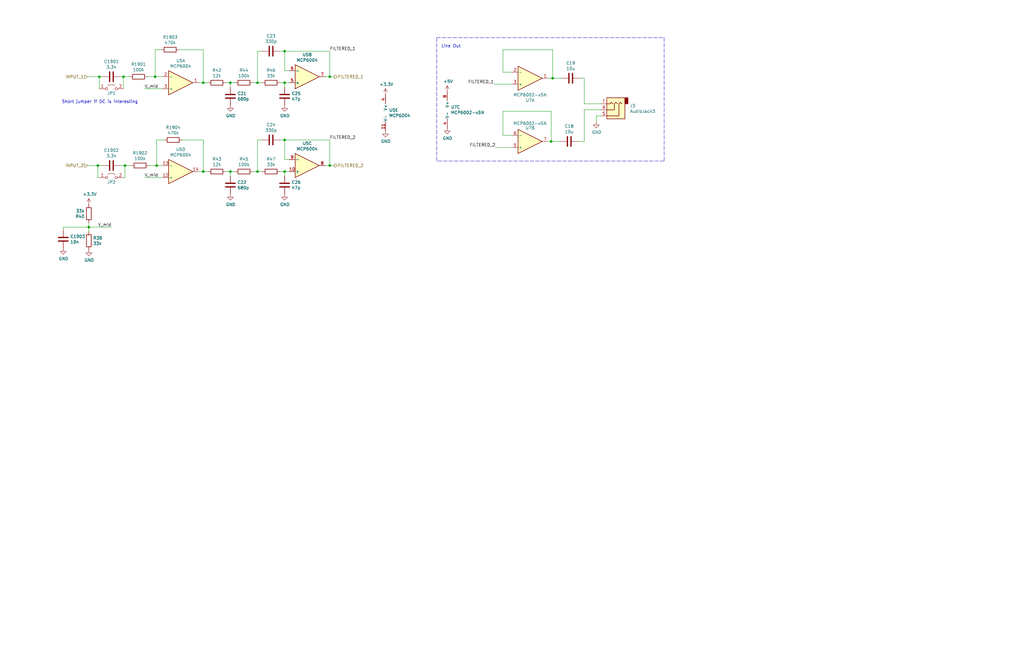
<source format=kicad_sch>
(kicad_sch (version 20211123) (generator eeschema)
  (paper "B")
  (title_block (title "1999 Dodge Dakota Based on rusEFI/proteus") (date "2023-08-12") (rev "V0.1") (company "rusEFI"))
  (lib_symbols
    (symbol "Amplifier_Operational:MCP6002-xSN" (pin_names (offset 0.127))
      (property "Reference" "U" (at 0 5.08 0))
      (property "Value" "MCP6002-xSN" (at 0 -5.08 0))
      (symbol "MCP6002-xSN_1_1"
        (polyline (pts (xy -5.08 5.08) (xy 5.08 0) (xy -5.08 -5.08) (xy -5.08 5.08)) (stroke (width 0.254)) (fill (type background)))
        (pin output line (at 7.62 0 180) (length 2.54) (name "~") (number "1"))
        (pin input line (at -7.62 -2.54 0) (length 2.54) (name "-") (number "2"))
        (pin input line (at -7.62 2.54 0) (length 2.54) (name "+") (number "3"))
      )
      (symbol "MCP6002-xSN_2_1"
        (polyline (pts (xy -5.08 5.08) (xy 5.08 0) (xy -5.08 -5.08) (xy -5.08 5.08)) (stroke (width 0.254)) (fill (type background)))
        (pin input line (at -7.62 2.54 0) (length 2.54) (name "+") (number "5"))
        (pin input line (at -7.62 -2.54 0) (length 2.54) (name "-") (number "6"))
        (pin output line (at 7.62 0 180) (length 2.54) (name "~") (number "7"))
      )
      (symbol "MCP6002-xSN_3_1"
        (pin power_in line (at -2.54 -7.62 90) (length 3.81) (name "V-") (number "4"))
        (pin power_in line (at -2.54 7.62 270) (length 3.81) (name "V+") (number "8"))
      )
    )
    (symbol "Amplifier_Operational:MCP6004" (pin_names (offset 0.127))
      (property "Reference" "U" (at 0 5.08 0))
      (property "Value" "MCP6004" (at 0 -5.08 0))
      (symbol "MCP6004_1_1"
        (polyline (pts (xy -5.08 5.08) (xy 5.08 0) (xy -5.08 -5.08) (xy -5.08 5.08)) (stroke (width 0.254)) (fill (type background)))
        (pin output line (at 7.62 0 180) (length 2.54) (name "~") (number "1"))
        (pin input line (at -7.62 -2.54 0) (length 2.54) (name "-") (number "2"))
        (pin input line (at -7.62 2.54 0) (length 2.54) (name "+") (number "3"))
      )
      (symbol "MCP6004_2_1"
        (polyline (pts (xy -5.08 5.08) (xy 5.08 0) (xy -5.08 -5.08) (xy -5.08 5.08)) (stroke (width 0.254)) (fill (type background)))
        (pin input line (at -7.62 2.54 0) (length 2.54) (name "+") (number "5"))
        (pin input line (at -7.62 -2.54 0) (length 2.54) (name "-") (number "6"))
        (pin output line (at 7.62 0 180) (length 2.54) (name "~") (number "7"))
      )
      (symbol "MCP6004_3_1"
        (polyline (pts (xy -5.08 5.08) (xy 5.08 0) (xy -5.08 -5.08) (xy -5.08 5.08)) (stroke (width 0.254)) (fill (type background)))
        (pin input line (at -7.62 2.54 0) (length 2.54) (name "+") (number "10"))
        (pin output line (at 7.62 0 180) (length 2.54) (name "~") (number "8"))
        (pin input line (at -7.62 -2.54 0) (length 2.54) (name "-") (number "9"))
      )
      (symbol "MCP6004_4_1"
        (polyline (pts (xy -5.08 5.08) (xy 5.08 0) (xy -5.08 -5.08) (xy -5.08 5.08)) (stroke (width 0.254)) (fill (type background)))
        (pin input line (at -7.62 2.54 0) (length 2.54) (name "+") (number "12"))
        (pin input line (at -7.62 -2.54 0) (length 2.54) (name "-") (number "13"))
        (pin output line (at 7.62 0 180) (length 2.54) (name "~") (number "14"))
      )
      (symbol "MCP6004_5_1"
        (pin power_in line (at -2.54 -7.62 90) (length 3.81) (name "V-") (number "11"))
        (pin power_in line (at -2.54 7.62 270) (length 3.81) (name "V+") (number "4"))
      )
    )
    (symbol "Connector:AudioJack3"
      (property "Reference" "J" (at 0 8.89 0))
      (property "Value" "AudioJack3" (at 0 6.35 0))
      (symbol "AudioJack3_0_1"
        (rectangle (start -5.08 -5.08) (end -6.35 -2.54) (stroke (width 0.254)) (fill (type outline)))
        (polyline (pts (xy 0 -2.54) (xy 0.635 -3.175) (xy 1.27 -2.54) (xy 2.54 -2.54)) (stroke (width 0.254)))
        (polyline (pts (xy -1.905 -2.54) (xy -1.27 -3.175) (xy -0.635 -2.54) (xy -0.635 0) (xy 2.54 0)) (stroke (width 0.254)))
        (polyline (pts (xy 2.54 2.54) (xy -2.54 2.54) (xy -2.54 -2.54) (xy -3.175 -3.175) (xy -3.81 -2.54)) (stroke (width 0.254)))
        (rectangle (start 2.54 3.81) (end -5.08 -5.08) (stroke (width 0.254)) (fill (type background)))
      )
      (symbol "AudioJack3_1_1"
        (pin passive line (at 5.08 0 180) (length 2.54) (name "~") (number "R"))
        (pin passive line (at 5.08 2.54 180) (length 2.54) (name "~") (number "S"))
        (pin passive line (at 5.08 -2.54 180) (length 2.54) (name "~") (number "T"))
      )
    )
    (symbol "Device:C" (pin_numbers hide) (pin_names (offset 0.254))
      (property "Reference" "C" (at 0.635 2.54 0))
      (property "Value" "C" (at 0.635 -2.54 0))
      (symbol "C_0_1"
        (polyline (pts (xy -2.032 -0.762) (xy 2.032 -0.762)) (stroke (width 0.508)))
        (polyline (pts (xy -2.032 0.762) (xy 2.032 0.762)) (stroke (width 0.508)))
      )
      (symbol "C_1_1"
        (pin passive line (at 0 3.81 270) (length 2.794) (name "~") (number "1"))
        (pin passive line (at 0 -3.81 90) (length 2.794) (name "~") (number "2"))
      )
    )
    (symbol "Device:R" (pin_numbers hide) (pin_names (offset 0))
      (property "Reference" "R" (at 2.032 0 90))
      (property "Value" "R" (at 0 0 90))
      (symbol "R_0_1"
        (rectangle (start -1.016 -2.54) (end 1.016 2.54) (stroke (width 0.254)))
      )
      (symbol "R_1_1"
        (pin passive line (at 0 3.81 270) (length 1.27) (name "~") (number "1"))
        (pin passive line (at 0 -3.81 90) (length 1.27) (name "~") (number "2"))
      )
    )
    (symbol "Jumper:Jumper_2_Open" (pin_names (offset 0) hide)
      (property "Reference" "JP" (at 0 2.794 0))
      (property "Value" "Jumper_2_Open" (at 0 -2.286 0))
      (symbol "Jumper_2_Open_0_0"
        (circle (center -2.032 0) (radius 0.508))
        (circle (center 2.032 0) (radius 0.508))
      )
      (symbol "Jumper_2_Open_0_1"
        (arc (start 1.524 1.27) (mid 0 1.778) (end -1.524 1.27))
      )
      (symbol "Jumper_2_Open_1_1"
        (pin passive line (at -5.08 0 0) (length 2.54) (name "A") (number "1"))
        (pin passive line (at 5.08 0 180) (length 2.54) (name "B") (number "2"))
      )
    )
    (symbol "power:+3.3V" (power) (pin_names (offset 0))
      (property "Value" "+3.3V" (at 0 3.556 0))
      (symbol "+3.3V_0_1"
        (polyline (pts (xy -0.762 1.27) (xy 0 2.54)))
        (polyline (pts (xy 0 0) (xy 0 2.54)))
        (polyline (pts (xy 0 2.54) (xy 0.762 1.27)))
      )
      (symbol "+3.3V_1_1"
        (pin power_in line (at 0 0 90) (length 0) hide (name "+3.3V") (number "1"))
      )
    )
    (symbol "power:+5V" (power) (pin_names (offset 0))
      (property "Value" "+5V" (at 0 3.556 0))
      (symbol "+5V_0_1"
        (polyline (pts (xy -0.762 1.27) (xy 0 2.54)))
        (polyline (pts (xy 0 0) (xy 0 2.54)))
        (polyline (pts (xy 0 2.54) (xy 0.762 1.27)))
      )
      (symbol "+5V_1_1"
        (pin power_in line (at 0 0 90) (length 0) hide (name "+5V") (number "1"))
      )
    )
    (symbol "power:GND" (power) (pin_names (offset 0))
      (property "Value" "GND" (at 0 -3.81 0))
      (symbol "GND_0_1"
        (polyline (pts (xy 0 0) (xy 0 -1.27) (xy 1.27 -1.27) (xy 0 -2.54) (xy -1.27 -1.27) (xy 0 -1.27)))
      )
      (symbol "GND_1_1"
        (pin power_in line (at 0 0 270) (length 0) hide (name "GND") (number "1"))
      )
    )
  )
  (junction (at 108.585 72.39))
  (junction (at 120.015 59.055))
  (junction (at 120.015 21.59))
  (junction (at 97.155 34.925))
  (junction (at 97.155 72.39))
  (junction (at 85.725 34.925))
  (junction (at 52.705 69.85))
  (junction (at 120.015 34.925))
  (junction (at 41.275 69.85))
  (junction (at 66.04 69.85))
  (junction (at 37.465 95.885))
  (junction (at 139.065 69.85))
  (junction (at 108.585 34.925))
  (junction (at 233.045 33.02))
  (junction (at 52.07 32.385))
  (junction (at 139.065 32.385))
  (junction (at 232.41 59.69))
  (junction (at 85.725 72.39))
  (junction (at 65.405 32.385))
  (junction (at 41.91 32.385))
  (junction (at 120.015 72.39))
  (wire (pts (xy 110.49 72.39) (xy 108.585 72.39)))
  (wire (pts (xy 231.14 59.69) (xy 232.41 59.69)))
  (wire (pts (xy 246.38 33.02) (xy 246.38 43.815)))
  (wire (pts (xy 26.67 95.885) (xy 37.465 95.885)))
  (wire (pts (xy 52.705 69.85) (xy 52.705 74.93)))
  (wire (pts (xy 36.83 69.85) (xy 41.275 69.85)))
  (wire (pts (xy 97.155 72.39) (xy 99.06 72.39)))
  (wire (pts (xy 233.045 20.955) (xy 233.045 33.02)))
  (wire (pts (xy 87.63 72.39) (xy 85.725 72.39)))
  (wire (pts (xy 251.46 51.435) (xy 251.46 48.895)))
  (wire (pts (xy 60.96 37.465) (xy 68.58 37.465)))
  (wire (pts (xy 140.97 32.385) (xy 139.065 32.385)))
  (wire (pts (xy 121.92 72.39) (xy 120.015 72.39)))
  (wire (pts (xy 121.92 29.845) (xy 120.015 29.845)))
  (wire (pts (xy 231.14 33.02) (xy 233.045 33.02)))
  (wire (pts (xy 208.915 62.23) (xy 215.9 62.23)))
  (wire (pts (xy 120.015 67.31) (xy 120.015 59.055)))
  (wire (pts (xy 108.585 34.925) (xy 106.68 34.925)))
  (wire (pts (xy 215.9 30.48) (xy 212.09 30.48)))
  (wire (pts (xy 50.8 69.85) (xy 52.705 69.85)))
  (wire (pts (xy 139.065 69.85) (xy 137.16 69.85)))
  (wire (pts (xy 246.38 59.69) (xy 243.84 59.69)))
  (wire (pts (xy 37.465 95.885) (xy 37.465 97.79)))
  (wire (pts (xy 41.91 74.93) (xy 41.275 74.93)))
  (wire (pts (xy 97.155 34.925) (xy 95.25 34.925)))
  (wire (pts (xy 110.49 59.055) (xy 108.585 59.055)))
  (wire (pts (xy 139.065 32.385) (xy 137.16 32.385)))
  (wire (pts (xy 118.11 59.055) (xy 120.015 59.055)))
  (wire (pts (xy 50.8 32.385) (xy 52.07 32.385)))
  (wire (pts (xy 46.99 95.885) (xy 37.465 95.885)))
  (wire (pts (xy 66.04 69.85) (xy 68.58 69.85)))
  (wire (pts (xy 246.38 43.815) (xy 253.365 43.815)))
  (wire (pts (xy 62.23 32.385) (xy 65.405 32.385)))
  (wire (pts (xy 244.475 33.02) (xy 246.38 33.02)))
  (wire (pts (xy 66.04 59.055) (xy 69.215 59.055)))
  (wire (pts (xy 97.155 72.39) (xy 95.25 72.39)))
  (wire (pts (xy 52.07 32.385) (xy 54.61 32.385)))
  (wire (pts (xy 121.92 34.925) (xy 120.015 34.925)))
  (wire (pts (xy 76.835 59.055) (xy 85.725 59.055)))
  (wire (pts (xy 36.83 32.385) (xy 41.91 32.385)))
  (wire (pts (xy 41.275 69.85) (xy 43.18 69.85)))
  (wire (pts (xy 52.07 74.93) (xy 52.705 74.93)))
  (wire (pts (xy 246.38 46.355) (xy 246.38 59.69)))
  (wire (pts (xy 65.405 32.385) (xy 68.58 32.385)))
  (polyline (pts (xy 184.15 67.945) (xy 184.15 15.875)))
  (wire (pts (xy 212.09 57.15) (xy 212.09 46.99)))
  (wire (pts (xy 120.015 34.925) (xy 118.11 34.925)))
  (wire (pts (xy 110.49 34.925) (xy 108.585 34.925)))
  (wire (pts (xy 97.155 34.925) (xy 99.06 34.925)))
  (wire (pts (xy 108.585 21.59) (xy 108.585 34.925)))
  (wire (pts (xy 232.41 59.69) (xy 236.22 59.69)))
  (wire (pts (xy 41.91 32.385) (xy 43.18 32.385)))
  (wire (pts (xy 83.82 34.925) (xy 85.725 34.925)))
  (wire (pts (xy 212.09 30.48) (xy 212.09 20.955)))
  (wire (pts (xy 120.015 36.83) (xy 120.015 34.925)))
  (wire (pts (xy 140.97 69.85) (xy 139.065 69.85)))
  (wire (pts (xy 75.565 20.955) (xy 85.725 20.955)))
  (wire (pts (xy 41.91 32.385) (xy 41.91 37.465)))
  (wire (pts (xy 108.585 59.055) (xy 108.585 72.39)))
  (wire (pts (xy 26.67 97.155) (xy 26.67 95.885)))
  (polyline (pts (xy 184.15 15.875) (xy 280.035 15.875)))
  (wire (pts (xy 85.725 20.955) (xy 85.725 34.925)))
  (wire (pts (xy 233.045 33.02) (xy 236.855 33.02)))
  (wire (pts (xy 232.41 46.99) (xy 232.41 59.69)))
  (wire (pts (xy 37.465 93.98) (xy 37.465 95.885)))
  (wire (pts (xy 120.015 59.055) (xy 139.065 59.055)))
  (wire (pts (xy 120.015 74.295) (xy 120.015 72.39)))
  (wire (pts (xy 65.405 20.955) (xy 67.945 20.955)))
  (wire (pts (xy 41.275 69.85) (xy 41.275 74.93)))
  (wire (pts (xy 60.96 74.93) (xy 68.58 74.93)))
  (wire (pts (xy 139.065 21.59) (xy 139.065 32.385)))
  (wire (pts (xy 97.155 74.295) (xy 97.155 72.39)))
  (wire (pts (xy 52.705 69.85) (xy 55.245 69.85)))
  (wire (pts (xy 52.07 32.385) (xy 52.07 37.465)))
  (wire (pts (xy 85.725 72.39) (xy 83.82 72.39)))
  (wire (pts (xy 212.09 46.99) (xy 232.41 46.99)))
  (polyline (pts (xy 280.035 67.945) (xy 184.15 67.945)))
  (wire (pts (xy 62.865 69.85) (xy 66.04 69.85)))
  (wire (pts (xy 208.28 35.56) (xy 215.9 35.56)))
  (wire (pts (xy 85.725 59.055) (xy 85.725 72.39)))
  (wire (pts (xy 66.04 69.85) (xy 66.04 59.055)))
  (wire (pts (xy 212.09 20.955) (xy 233.045 20.955)))
  (polyline (pts (xy 280.035 15.875) (xy 280.035 67.945)))
  (wire (pts (xy 215.9 57.15) (xy 212.09 57.15)))
  (wire (pts (xy 253.365 46.355) (xy 246.38 46.355)))
  (wire (pts (xy 120.015 72.39) (xy 118.11 72.39)))
  (wire (pts (xy 110.49 21.59) (xy 108.585 21.59)))
  (wire (pts (xy 108.585 72.39) (xy 106.68 72.39)))
  (wire (pts (xy 139.065 59.055) (xy 139.065 69.85)))
  (wire (pts (xy 121.92 67.31) (xy 120.015 67.31)))
  (wire (pts (xy 118.11 21.59) (xy 120.015 21.59)))
  (wire (pts (xy 65.405 32.385) (xy 65.405 20.955)))
  (wire (pts (xy 85.725 34.925) (xy 87.63 34.925)))
  (wire (pts (xy 97.155 36.83) (xy 97.155 34.925)))
  (wire (pts (xy 120.015 21.59) (xy 139.065 21.59)))
  (wire (pts (xy 251.46 48.895) (xy 253.365 48.895)))
  (wire (pts (xy 120.015 29.845) (xy 120.015 21.59)))
  (text "Short jumper if DC is interesting" (at 26.035 43.815 0) (effects (font (size 1.27 1.27)) (justify left bottom)))
  (text "Line Out" (at 186.055 20.32 0) (effects (font (size 1.27 1.27)) (justify left bottom)))
  (label "V_mid" (at 46.99 95.885 180))
  (label "FILTERED_2" (at 208.915 62.23 180))
  (label "FILTERED_1" (at 208.28 35.56 180))
  (label "V_mid" (at 60.96 37.465 0))
  (label "FILTERED_1" (at 139.065 21.59 0))
  (label "FILTERED_2" (at 139.065 59.055 0))
  (label "V_mid" (at 60.96 74.93 0))
  (hierarchical_label "INPUT_2" (shape input) (at 36.83 69.85 180))
  (hierarchical_label "FILTERED_1" (shape output) (at 140.97 32.385 0))
  (hierarchical_label "INPUT_1" (shape input) (at 36.83 32.385 180))
  (hierarchical_label "FILTERED_2" (shape output) (at 140.97 69.85 0))
  (symbol (lib_id "Amplifier_Operational:MCP6004") (at 76.2 34.925 0) (mirror x) (unit 1)
    (property "Reference" "U5" (at 76.2 25.6032 0))
    (property "Value" "MCP6004" (at 76.2 27.9146 0))
    (property "Footprint" "Package_SO:TSSOP-14_4.4x5mm_P0.65mm" (effects hide))
    (property "Datasheet" "http://ww1.microchip.com/downloads/en/DeviceDoc/21733j.pdf" (effects hide))
    (property "LCSC" "C50282" (effects hide))
    (property "LCSC_ext" "1" (effects hide))
    (property "PN" "MCP6004T-I/ST" (effects hide))
    (property "possible_not_ext" "1" (effects hide))
  )
  (symbol (lib_id "Amplifier_Operational:MCP6004") (at 129.54 32.385 0) (mirror x) (unit 2)
    (property "Reference" "U5" (at 129.54 23.0632 0))
    (property "Value" "MCP6004" (at 129.54 25.3746 0))
    (property "Footprint" "Package_SO:TSSOP-14_4.4x5mm_P0.65mm" (effects hide))
    (property "Datasheet" "http://ww1.microchip.com/downloads/en/DeviceDoc/21733j.pdf" (effects hide))
    (property "LCSC" "C50282" (effects hide))
    (property "LCSC_ext" "1" (effects hide))
    (property "PN" "MCP6004T-I/ST" (effects hide))
    (property "possible_not_ext" "1" (effects hide))
  )
  (symbol (lib_id "Amplifier_Operational:MCP6004") (at 129.54 69.85 0) (mirror x) (unit 3)
    (property "Reference" "U5" (at 129.54 60.5282 0))
    (property "Value" "MCP6004" (at 129.54 62.8396 0))
    (property "Footprint" "Package_SO:TSSOP-14_4.4x5mm_P0.65mm" (effects hide))
    (property "Datasheet" "http://ww1.microchip.com/downloads/en/DeviceDoc/21733j.pdf" (effects hide))
    (property "LCSC" "C50282" (effects hide))
    (property "LCSC_ext" "1" (effects hide))
    (property "PN" "MCP6004T-I/ST" (effects hide))
    (property "possible_not_ext" "1" (effects hide))
  )
  (symbol (lib_id "Amplifier_Operational:MCP6004") (at 76.2 72.39 0) (mirror x) (unit 4)
    (property "Reference" "U5" (at 76.2 63.0682 0))
    (property "Value" "MCP6004" (at 76.2 65.3796 0))
    (property "Footprint" "Package_SO:TSSOP-14_4.4x5mm_P0.65mm" (effects hide))
    (property "Datasheet" "http://ww1.microchip.com/downloads/en/DeviceDoc/21733j.pdf" (effects hide))
    (property "LCSC" "C50282" (effects hide))
    (property "LCSC_ext" "1" (effects hide))
    (property "PN" "MCP6004T-I/ST" (effects hide))
    (property "possible_not_ext" "1" (effects hide))
  )
  (symbol (lib_id "Amplifier_Operational:MCP6004") (at 165.1 47.625 0) (unit 5)
    (property "Reference" "U5" (at 164.0332 46.4566 0) (effects (justify left)))
    (property "Value" "MCP6004" (at 164.0332 48.768 0) (effects (justify left)))
    (property "Footprint" "Package_SO:TSSOP-14_4.4x5mm_P0.65mm" (effects hide))
    (property "Datasheet" "http://ww1.microchip.com/downloads/en/DeviceDoc/21733j.pdf" (effects hide))
    (property "LCSC" "C50282" (effects hide))
    (property "LCSC_ext" "1" (effects hide))
    (property "PN" "MCP6004T-I/ST" (effects hide))
    (property "possible_not_ext" "1" (effects hide))
  )
  (symbol (lib_id "power:GND") (at 162.56 55.245 0) (unit 1)
    (property "Reference" "#PWR0274" (effects hide))
    (property "Value" "GND" (at 162.687 59.6392 0))
  )
  (symbol (lib_id "power:+3.3V") (at 162.56 40.005 0) (unit 1)
    (property "Reference" "#PWR0275" (effects hide))
    (property "Value" "+3.3V" (at 162.941 35.6108 0))
  )
  (symbol (lib_id "Device:R") (at 37.465 90.17 180) (unit 1)
    (property "Reference" "R40" (at 35.687 91.3384 0) (effects (justify left)))
    (property "Value" "33k" (at 35.687 89.027 0) (effects (justify left)))
    (property "Footprint" "Resistor_SMD:R_0402_1005Metric" (effects hide))
    (property "LCSC" "C25779" (effects hide))
    (property "LCSC_ext" "0" (effects hide))
  )
  (symbol (lib_id "Device:R") (at 37.465 101.6 0) (unit 1)
    (property "Reference" "R38" (at 39.243 100.4316 0) (effects (justify left)))
    (property "Value" "33k" (at 39.243 102.743 0) (effects (justify left)))
    (property "Footprint" "Resistor_SMD:R_0402_1005Metric" (effects hide))
    (property "LCSC" "C25779" (effects hide))
    (property "LCSC_ext" "0" (effects hide))
  )
  (symbol (lib_id "Device:R") (at 91.44 34.925 270) (unit 1)
    (property "Reference" "R42" (at 91.44 29.6672 90))
    (property "Value" "12k" (at 91.44 31.9786 90))
    (property "Footprint" "Resistor_SMD:R_0402_1005Metric" (effects hide))
    (property "LCSC" "C25752" (effects hide))
    (property "LCSC_ext" "0" (effects hide))
  )
  (symbol (lib_id "Device:R") (at 102.87 34.925 270) (unit 1)
    (property "Reference" "R44" (at 102.87 29.6672 90))
    (property "Value" "100k" (at 102.87 31.9786 90))
    (property "Footprint" "Resistor_SMD:R_0402_1005Metric" (effects hide))
    (property "LCSC" "C25741" (effects hide))
    (property "LCSC_ext" "0" (effects hide))
  )
  (symbol (lib_id "Device:R") (at 114.3 34.925 270) (unit 1)
    (property "Reference" "R46" (at 114.3 29.6672 90))
    (property "Value" "33k" (at 114.3 31.9786 90))
    (property "Footprint" "Resistor_SMD:R_0402_1005Metric" (effects hide))
    (property "LCSC" "C25779" (effects hide))
    (property "LCSC_ext" "0" (effects hide))
  )
  (symbol (lib_id "power:GND") (at 37.465 105.41 0) (unit 1)
    (property "Reference" "#PWR0276" (effects hide))
    (property "Value" "GND" (at 37.592 109.8042 0))
  )
  (symbol (lib_id "power:+3.3V") (at 37.465 86.36 0) (unit 1)
    (property "Reference" "#PWR0277" (effects hide))
    (property "Value" "+3.3V" (at 37.846 81.9658 0))
  )
  (symbol (lib_id "Device:C") (at 97.155 40.64 180) (unit 1)
    (property "Reference" "C21" (at 100.076 39.4716 0) (effects (justify right)))
    (property "Value" "680p" (at 100.076 41.783 0) (effects (justify right)))
    (property "Footprint" "Capacitor_SMD:C_0603_1608Metric" (effects hide))
    (property "LCSC" "C1630" (effects hide))
    (property "LCSC_ext" "0" (effects hide))
  )
  (symbol (lib_id "Device:C") (at 120.015 40.64 180) (unit 1)
    (property "Reference" "C25" (at 122.936 39.4716 0) (effects (justify right)))
    (property "Value" "47p" (at 122.936 41.783 0) (effects (justify right)))
    (property "Footprint" "Capacitor_SMD:C_0402_1005Metric" (effects hide))
    (property "LCSC" "C1567" (effects hide))
    (property "LCSC_ext" "0" (effects hide))
  )
  (symbol (lib_id "Device:C") (at 114.3 21.59 90) (unit 1)
    (property "Reference" "C23" (at 114.3 15.1892 90))
    (property "Value" "330p" (at 114.3 17.5006 90))
    (property "Footprint" "Capacitor_SMD:C_0402_1005Metric" (effects hide))
    (property "LCSC" "C13533" (effects hide))
    (property "LCSC_ext" "0" (effects hide))
  )
  (symbol (lib_id "power:GND") (at 97.155 44.45 0) (unit 1)
    (property "Reference" "#PWR0278" (effects hide))
    (property "Value" "GND" (at 97.282 48.8442 0))
  )
  (symbol (lib_id "power:GND") (at 120.015 44.45 0) (unit 1)
    (property "Reference" "#PWR0279" (effects hide))
    (property "Value" "GND" (at 120.142 48.8442 0))
  )
  (symbol (lib_id "Device:R") (at 91.44 72.39 270) (unit 1)
    (property "Reference" "R43" (at 91.44 67.1322 90))
    (property "Value" "12k" (at 91.44 69.4436 90))
    (property "Footprint" "Resistor_SMD:R_0402_1005Metric" (effects hide))
    (property "LCSC" "C25752" (effects hide))
    (property "LCSC_ext" "0" (effects hide))
  )
  (symbol (lib_id "Device:R") (at 102.87 72.39 270) (unit 1)
    (property "Reference" "R45" (at 102.87 67.1322 90))
    (property "Value" "100k" (at 102.87 69.4436 90))
    (property "Footprint" "Resistor_SMD:R_0402_1005Metric" (effects hide))
    (property "LCSC" "C25741" (effects hide))
    (property "LCSC_ext" "0" (effects hide))
  )
  (symbol (lib_id "Device:R") (at 114.3 72.39 270) (unit 1)
    (property "Reference" "R47" (at 114.3 67.1322 90))
    (property "Value" "33k" (at 114.3 69.4436 90))
    (property "Footprint" "Resistor_SMD:R_0402_1005Metric" (effects hide))
    (property "LCSC" "C25779" (effects hide))
    (property "LCSC_ext" "0" (effects hide))
  )
  (symbol (lib_id "Device:C") (at 97.155 78.105 180) (unit 1)
    (property "Reference" "C22" (at 100.076 76.9366 0) (effects (justify right)))
    (property "Value" "680p" (at 100.076 79.248 0) (effects (justify right)))
    (property "Footprint" "Capacitor_SMD:C_0603_1608Metric" (effects hide))
    (property "LCSC" "C1630" (effects hide))
    (property "LCSC_ext" "0" (effects hide))
  )
  (symbol (lib_id "Device:C") (at 120.015 78.105 180) (unit 1)
    (property "Reference" "C26" (at 122.936 76.9366 0) (effects (justify right)))
    (property "Value" "47p" (at 122.936 79.248 0) (effects (justify right)))
    (property "Footprint" "Capacitor_SMD:C_0402_1005Metric" (effects hide))
    (property "LCSC" "C1567" (effects hide))
    (property "LCSC_ext" "0" (effects hide))
  )
  (symbol (lib_id "Device:C") (at 114.3 59.055 90) (unit 1)
    (property "Reference" "C24" (at 114.3 52.6542 90))
    (property "Value" "330p" (at 114.3 54.9656 90))
    (property "Footprint" "Capacitor_SMD:C_0402_1005Metric" (effects hide))
    (property "LCSC" "C13533" (effects hide))
    (property "LCSC_ext" "0" (effects hide))
  )
  (symbol (lib_id "power:GND") (at 97.155 81.915 0) (unit 1)
    (property "Reference" "#PWR0283" (effects hide))
    (property "Value" "GND" (at 97.282 86.3092 0))
  )
  (symbol (lib_id "power:GND") (at 120.015 81.915 0) (unit 1)
    (property "Reference" "#PWR0284" (effects hide))
    (property "Value" "GND" (at 120.142 86.3092 0))
  )
  (symbol (lib_id "Device:R") (at 58.42 32.385 270) (unit 1)
    (property "Reference" "R1901" (at 58.42 27.1272 90))
    (property "Value" "100k" (at 58.42 29.4386 90))
    (property "Footprint" "Resistor_SMD:R_0402_1005Metric" (effects hide))
    (property "LCSC" "C25741" (effects hide))
  )
  (symbol (lib_id "Device:R") (at 71.755 20.955 270) (unit 1)
    (property "Reference" "R1903" (at 71.755 15.6972 90))
    (property "Value" "470k" (at 71.755 18.0086 90))
    (property "Footprint" "Resistor_SMD:R_0402_1005Metric" (effects hide))
    (property "LCSC" "C25790" (effects hide))
  )
  (symbol (lib_id "Device:C") (at 46.99 32.385 270) (unit 1)
    (property "Reference" "C1901" (at 46.99 25.9842 90))
    (property "Value" "3.3n" (at 46.99 28.2956 90))
    (property "Footprint" "Capacitor_SMD:C_0805_2012Metric" (effects hide))
    (property "LCSC" "C53175" (effects hide))
    (property "LCSC_ext" "0" (effects hide))
  )
  (symbol (lib_id "Device:C") (at 26.67 100.965 180) (unit 1)
    (property "Reference" "C1903" (at 29.591 99.7966 0) (effects (justify right)))
    (property "Value" "10n" (at 29.591 102.108 0) (effects (justify right)))
    (property "Footprint" "Capacitor_SMD:C_0603_1608Metric" (effects hide))
    (property "LCSC" "C57112" (effects hide))
    (property "LCSC_ext" "0" (effects hide))
  )
  (symbol (lib_id "power:GND") (at 26.67 104.775 0) (unit 1)
    (property "Reference" "#PWR0280" (effects hide))
    (property "Value" "GND" (at 26.797 109.1692 0))
  )
  (symbol (lib_id "Device:R") (at 73.025 59.055 270) (unit 1)
    (property "Reference" "R1904" (at 73.025 53.7972 90))
    (property "Value" "470k" (at 73.025 56.1086 90))
    (property "Footprint" "Resistor_SMD:R_0402_1005Metric" (effects hide))
    (property "LCSC" "C25790" (effects hide))
  )
  (symbol (lib_id "Device:R") (at 59.055 69.85 270) (unit 1)
    (property "Reference" "R1902" (at 59.055 64.5922 90))
    (property "Value" "100k" (at 59.055 66.9036 90))
    (property "Footprint" "Resistor_SMD:R_0402_1005Metric" (effects hide))
    (property "LCSC" "C25741" (effects hide))
  )
  (symbol (lib_id "Device:C") (at 46.99 69.85 270) (unit 1)
    (property "Reference" "C1902" (at 46.99 63.4492 90))
    (property "Value" "3.3n" (at 46.99 65.7606 90))
    (property "Footprint" "Capacitor_SMD:C_0805_2012Metric" (effects hide))
    (property "LCSC" "C53175" (effects hide))
    (property "LCSC_ext" "0" (effects hide))
  )
  (symbol (lib_id "Jumper:Jumper_2_Open") (at 46.99 37.465 0) (unit 1)
    (property "Reference" "JP1" (at 46.99 39.37 0))
    (property "Value" "Jumper_NO_Small" (effects hide))
    (property "Footprint" "Jumper:SolderJumper-2_P1.3mm_Open_TrianglePad1.0x1.5mm" (effects hide))
    (property "LCSC" "N/A" (effects hide))
  )
  (symbol (lib_id "Jumper:Jumper_2_Open") (at 46.99 74.93 0) (unit 1)
    (property "Reference" "JP2" (at 46.99 76.835 0))
    (property "Value" "Jumper_NO_Small" (effects hide))
    (property "Footprint" "Jumper:SolderJumper-2_P1.3mm_Open_TrianglePad1.0x1.5mm" (effects hide))
    (property "LCSC" "N/A" (effects hide))
  )
  (symbol (lib_id "power:+5V") (at 188.595 38.735 0) (unit 1)
    (property "Reference" "#PWR0323" (effects hide))
    (property "Value" "+5V" (at 188.976 34.3408 0))
  )
  (symbol (lib_id "Amplifier_Operational:MCP6002-xSN") (at 223.52 33.02 0) (mirror x) (unit 1)
    (property "Reference" "U7" (at 223.52 42.3418 0))
    (property "Value" "MCP6002-xSN" (at 223.52 40.0304 0))
    (property "Footprint" "Package_SO:SOIC-8_3.9x4.9mm_P1.27mm" (effects hide))
    (property "Datasheet" "http://ww1.microchip.com/downloads/en/DeviceDoc/21733j.pdf" (effects hide))
    (property "LCSC" "C7377" (effects hide))
    (property "LCSC_ext" "0" (effects hide))
  )
  (symbol (lib_id "Amplifier_Operational:MCP6002-xSN") (at 223.52 59.69 0) (mirror x) (unit 2)
    (property "Reference" "U7" (at 223.52 53.975 0))
    (property "Value" "MCP6002-xSN" (at 223.52 52.07 0))
    (property "Footprint" "Package_SO:SOIC-8_3.9x4.9mm_P1.27mm" (effects hide))
    (property "Datasheet" "http://ww1.microchip.com/downloads/en/DeviceDoc/21733j.pdf" (effects hide))
    (property "LCSC" "C7377" (effects hide))
    (property "LCSC_ext" "0" (effects hide))
  )
  (symbol (lib_id "Amplifier_Operational:MCP6002-xSN") (at 191.135 46.355 0) (unit 3)
    (property "Reference" "U7" (at 190.0682 45.1866 0) (effects (justify left)))
    (property "Value" "MCP6002-xSN" (at 190.0682 47.498 0) (effects (justify left)))
    (property "Footprint" "Package_SO:SOIC-8_3.9x4.9mm_P1.27mm" (effects hide))
    (property "Datasheet" "http://ww1.microchip.com/downloads/en/DeviceDoc/21733j.pdf" (effects hide))
    (property "LCSC" "C7377" (effects hide))
    (property "LCSC_ext" "0" (effects hide))
  )
  (symbol (lib_id "power:GND") (at 188.595 53.975 0) (unit 1)
    (property "Reference" "#PWR0322" (effects hide))
    (property "Value" "GND" (at 188.722 58.3692 0))
  )
  (symbol (lib_id "Device:C") (at 240.665 33.02 270) (unit 1)
    (property "Reference" "C19" (at 240.665 26.6192 90))
    (property "Value" "10u" (at 240.665 28.9306 90))
    (property "Footprint" "Capacitor_SMD:C_1206_3216Metric" (effects hide))
    (property "LCSC" "C13585" (effects hide))
    (property "LCSC_ext" "0" (effects hide))
  )
  (symbol (lib_id "Device:C") (at 240.03 59.69 270) (unit 1)
    (property "Reference" "C18" (at 240.03 53.2892 90))
    (property "Value" "10u" (at 240.03 55.6006 90))
    (property "Footprint" "Capacitor_SMD:C_1206_3216Metric" (effects hide))
    (property "LCSC" "C13585" (effects hide))
    (property "LCSC_ext" "0" (effects hide))
  )
  (symbol (lib_id "Connector:AudioJack3") (at 258.445 46.355 180) (unit 1)
    (property "Reference" "J3" (at 265.557 44.6532 0) (effects (justify right)))
    (property "Value" "AudioJack3" (at 265.557 46.9646 0) (effects (justify right)))
    (property "Footprint" "Connector_Audio:Jack_3.5mm_CUI_SJ1-3533NG_Horizontal" (effects hide))
    (property "LCSC" "N/A" (effects hide))
    (property "PN" "SJ1-3533NG" (effects hide))
  )
  (symbol (lib_id "power:GND") (at 251.46 51.435 0) (unit 1)
    (property "Reference" "#PWR0324" (effects hide))
    (property "Value" "GND" (at 251.587 55.8292 0))
  )
)
</source>
